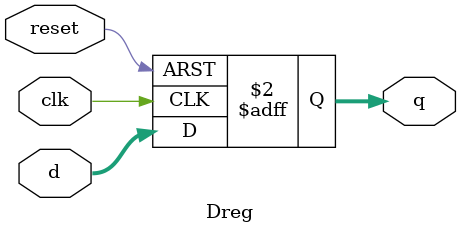
<source format=v>
`timescale 1ns / 1ps


module Dreg(clk, reset, d, q);
    input clk, reset;
    input [4:0] d;
    output reg [4:0] q;
    
    always @(posedge clk, posedge reset)
        if(reset) q <= 4'b0;
        else q <= d;
endmodule

</source>
